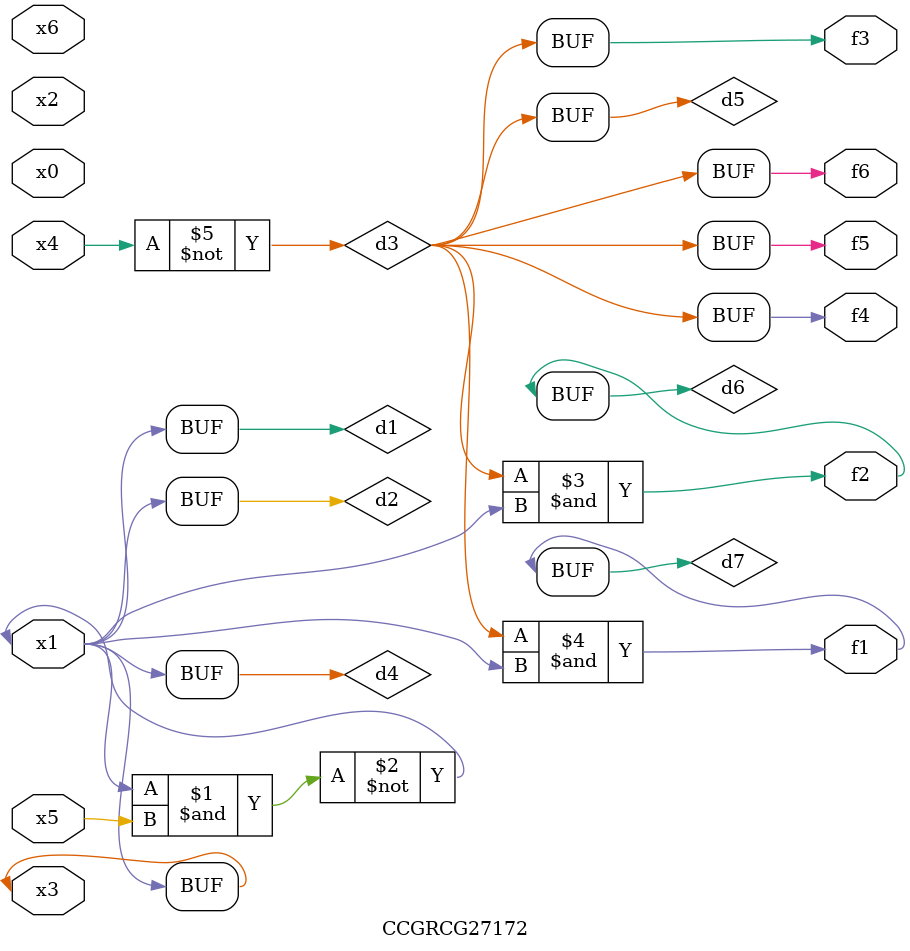
<source format=v>
module CCGRCG27172(
	input x0, x1, x2, x3, x4, x5, x6,
	output f1, f2, f3, f4, f5, f6
);

	wire d1, d2, d3, d4, d5, d6, d7;

	buf (d1, x1, x3);
	nand (d2, x1, x5);
	not (d3, x4);
	buf (d4, d1, d2);
	buf (d5, d3);
	and (d6, d3, d4);
	and (d7, d3, d4);
	assign f1 = d7;
	assign f2 = d6;
	assign f3 = d5;
	assign f4 = d5;
	assign f5 = d5;
	assign f6 = d5;
endmodule

</source>
